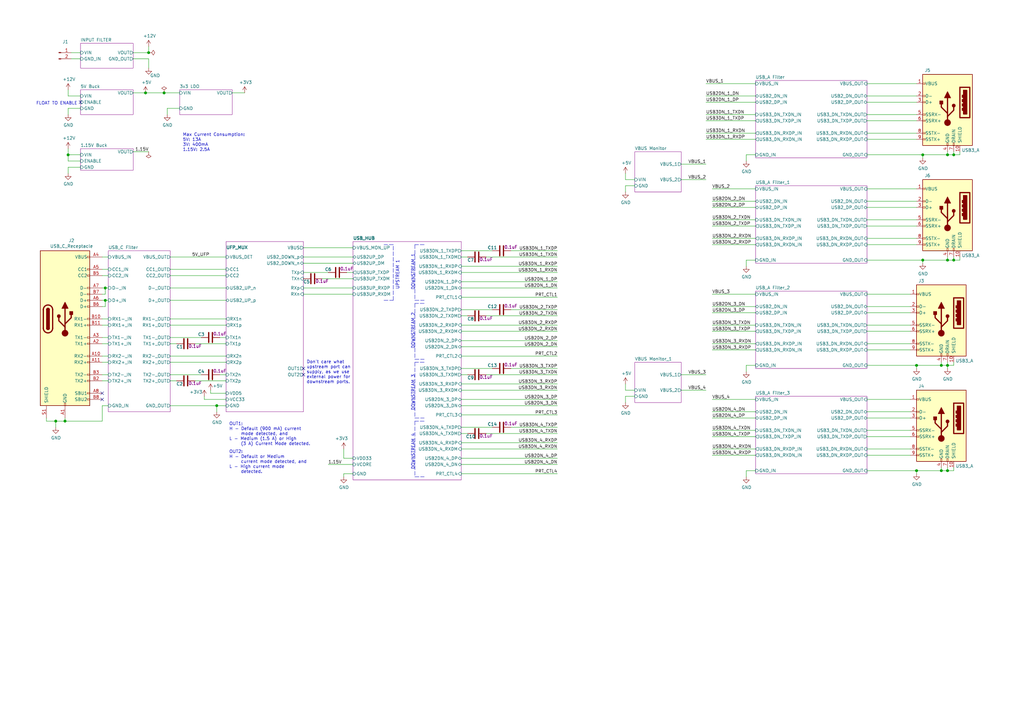
<source format=kicad_sch>
(kicad_sch (version 20210406) (generator eeschema)
  (paper "A3")
  (lib_symbols
    (symbol "Connector:Conn_01x02_Male" (pin_names (offset 1.016) hide)
      (property "Reference" "J" (at 0 2.54 0))
      (property "Value" "Conn_01x02_Male" (at 0 -5.08 0))
      (symbol "Conn_01x02_Male_1_1"
        (pin passive line (at 5.08 0 180) (length 3.81) (name "Pin_1") (number "1"))
        (pin passive line (at 5.08 -2.54 180) (length 3.81) (name "Pin_2") (number "2"))
      )
    )
    (symbol "Connector:USB3_A" (pin_names (offset 1.016))
      (property "Reference" "J" (at -10.16 15.24 0))
      (property "Value" "USB3_A" (at 10.16 15.24 0))
      (symbol "USB3_A_1_1"
        (pin power_in line (at 12.7 10.16 180) (length 2.54) (name "VBUS") (number "1"))
        (pin passive line (at -5.08 -17.78 90) (length 2.54) (name "SHIELD") (number "10"))
        (pin bidirectional line (at 12.7 5.08 180) (length 2.54) (name "D-") (number "2"))
        (pin bidirectional line (at 12.7 2.54 180) (length 2.54) (name "D+") (number "3"))
        (pin power_in line (at 0 -17.78 90) (length 2.54) (name "GND") (number "4"))
        (pin bidirectional line (at 12.7 -2.54 180) (length 2.54) (name "SSRX-") (number "5"))
        (pin bidirectional line (at 12.7 -5.08 180) (length 2.54) (name "SSRX+") (number "6"))
        (pin power_in line (at -2.54 -17.78 90) (length 2.54) (name "DRAIN") (number "7"))
        (pin bidirectional line (at 12.7 -10.16 180) (length 2.54) (name "SSTX-") (number "8"))
        (pin bidirectional line (at 12.7 -12.7 180) (length 2.54) (name "SSTX+") (number "9"))
      )
    )
    (symbol "Connector:USB_C_Receptacle" (pin_names (offset 1.016))
      (property "Reference" "J" (at -10.16 29.21 0))
      (property "Value" "USB_C_Receptacle" (at 10.16 29.21 0))
      (symbol "USB_C_Receptacle_1_1"
        (pin power_in line (at 0 -40.64 90) (length 5.08) (name "GND") (number "A1"))
        (pin bidirectional line (at 15.24 -15.24 180) (length 5.08) (name "RX2-") (number "A10"))
        (pin bidirectional line (at 15.24 -17.78 180) (length 5.08) (name "RX2+") (number "A11"))
        (pin passive line (at 0 -40.64 90) (length 5.08) hide (name "GND") (number "A12"))
        (pin bidirectional line (at 15.24 -10.16 180) (length 5.08) (name "TX1+") (number "A2"))
        (pin bidirectional line (at 15.24 -7.62 180) (length 5.08) (name "TX1-") (number "A3"))
        (pin power_in line (at 15.24 25.4 180) (length 5.08) (name "VBUS") (number "A4"))
        (pin bidirectional line (at 15.24 20.32 180) (length 5.08) (name "CC1") (number "A5"))
        (pin bidirectional line (at 15.24 7.62 180) (length 5.08) (name "D+") (number "A6"))
        (pin bidirectional line (at 15.24 12.7 180) (length 5.08) (name "D-") (number "A7"))
        (pin bidirectional line (at 15.24 -30.48 180) (length 5.08) (name "SBU1") (number "A8"))
        (pin passive line (at 15.24 25.4 180) (length 5.08) hide (name "VBUS") (number "A9"))
        (pin passive line (at 0 -40.64 90) (length 5.08) hide (name "GND") (number "B1"))
        (pin bidirectional line (at 15.24 0 180) (length 5.08) (name "RX1-") (number "B10"))
        (pin bidirectional line (at 15.24 -2.54 180) (length 5.08) (name "RX1+") (number "B11"))
        (pin passive line (at 0 -40.64 90) (length 5.08) hide (name "GND") (number "B12"))
        (pin bidirectional line (at 15.24 -25.4 180) (length 5.08) (name "TX2+") (number "B2"))
        (pin bidirectional line (at 15.24 -22.86 180) (length 5.08) (name "TX2-") (number "B3"))
        (pin passive line (at 15.24 25.4 180) (length 5.08) hide (name "VBUS") (number "B4"))
        (pin bidirectional line (at 15.24 17.78 180) (length 5.08) (name "CC2") (number "B5"))
        (pin bidirectional line (at 15.24 5.08 180) (length 5.08) (name "D+") (number "B6"))
        (pin bidirectional line (at 15.24 10.16 180) (length 5.08) (name "D-") (number "B7"))
        (pin bidirectional line (at 15.24 -33.02 180) (length 5.08) (name "SBU2") (number "B8"))
        (pin passive line (at 15.24 25.4 180) (length 5.08) hide (name "VBUS") (number "B9"))
        (pin passive line (at -7.62 -40.64 90) (length 5.08) (name "SHIELD") (number "S1"))
      )
    )
    (symbol "mte_usb_hub:CC0402KRX5R7BB104" (pin_numbers hide) (pin_names (offset 0.254))
      (property "Reference" "C" (at 0.635 2.54 0))
      (property "id" "0.1uF" (at -3.81 2.54 0))
      (symbol "CC0402KRX5R7BB104_1_1"
        (pin passive line (at 0 3.81 270) (length 2.794) (name "~") (number "1"))
        (pin passive line (at 0 -3.81 90) (length 2.794) (name "~") (number "2"))
      )
    )
    (symbol "power:+12V" (power) (pin_names (offset 0))
      (property "Value" "+12V" (at 0 3.556 0))
      (symbol "+12V_1_1"
        (pin power_in line (at 0 0 90) (length 0) hide (name "+12V") (number "1"))
      )
    )
    (symbol "power:+3V3" (power) (pin_names (offset 0))
      (property "Value" "+3V3" (at 0 3.556 0))
      (symbol "+3V3_1_1"
        (pin power_in line (at 0 0 90) (length 0) hide (name "+3V3") (number "1"))
      )
    )
    (symbol "power:+5V" (power) (pin_names (offset 0))
      (property "Value" "+5V" (at 0 3.556 0))
      (symbol "+5V_1_1"
        (pin power_in line (at 0 0 90) (length 0) hide (name "+5V") (number "1"))
      )
    )
    (symbol "power:GND" (power) (pin_names (offset 0))
      (property "Value" "GND" (at 0 -3.81 0))
      (symbol "GND_1_1"
        (pin power_in line (at 0 0 270) (length 0) hide (name "GND") (number "1"))
      )
    )
    (symbol "power:PWR_FLAG" (power) (pin_numbers hide) (pin_names (offset 0) hide)
      (property "Value" "PWR_FLAG" (at 0 3.81 0))
      (symbol "PWR_FLAG_0_0"
        (pin power_out line (at 0 0 90) (length 0) (name "pwr") (number "1"))
      )
    )
  )
  (junction (at 22.86 172.72) (diameter 1.016))
  (junction (at 26.67 172.72) (diameter 1.016))
  (junction (at 27.94 63.5) (diameter 1.016))
  (junction (at 43.18 118.11) (diameter 1.016))
  (junction (at 43.18 123.19) (diameter 1.016))
  (junction (at 59.69 38.1) (diameter 1.016))
  (junction (at 60.96 21.59) (diameter 1.016))
  (junction (at 67.31 38.1) (diameter 1.016))
  (junction (at 88.9 166.37) (diameter 1.016))
  (junction (at 375.92 149.86) (diameter 1.016))
  (junction (at 375.92 193.04) (diameter 1.016))
  (junction (at 378.46 63.5) (diameter 1.016))
  (junction (at 378.46 106.68) (diameter 1.016))
  (junction (at 386.08 149.86) (diameter 1.016))
  (junction (at 386.08 193.04) (diameter 1.016))
  (junction (at 388.62 63.5) (diameter 1.016))
  (junction (at 388.62 106.68) (diameter 1.016))
  (junction (at 388.62 149.86) (diameter 1.016))
  (junction (at 388.62 193.04) (diameter 1.016))
  (junction (at 391.16 63.5) (diameter 1.016))
  (junction (at 391.16 106.68) (diameter 1.016))
  (no_connect (at 33.02 41.91))
  (no_connect (at 41.91 161.29))
  (no_connect (at 41.91 163.83))
  (no_connect (at 124.46 151.13))
  (no_connect (at 124.46 153.67))
  (wire (pts (xy 19.05 172.72) (xy 19.05 171.45)))
  (wire (pts (xy 22.86 172.72) (xy 19.05 172.72)))
  (wire (pts (xy 22.86 175.26) (xy 22.86 172.72)))
  (wire (pts (xy 26.67 171.45) (xy 26.67 172.72)))
  (wire (pts (xy 26.67 172.72) (xy 22.86 172.72)))
  (wire (pts (xy 27.94 36.83) (xy 27.94 39.37)))
  (wire (pts (xy 27.94 44.45) (xy 27.94 46.99)))
  (wire (pts (xy 27.94 60.96) (xy 27.94 63.5)))
  (wire (pts (xy 27.94 66.04) (xy 27.94 63.5)))
  (wire (pts (xy 27.94 68.58) (xy 27.94 71.12)))
  (wire (pts (xy 29.21 21.59) (xy 33.02 21.59)))
  (wire (pts (xy 29.21 24.13) (xy 33.02 24.13)))
  (wire (pts (xy 33.02 39.37) (xy 27.94 39.37)))
  (wire (pts (xy 33.02 44.45) (xy 27.94 44.45)))
  (wire (pts (xy 33.02 63.5) (xy 27.94 63.5)))
  (wire (pts (xy 33.02 66.04) (xy 27.94 66.04)))
  (wire (pts (xy 33.02 68.58) (xy 27.94 68.58)))
  (wire (pts (xy 41.91 105.41) (xy 44.45 105.41)))
  (wire (pts (xy 41.91 110.49) (xy 44.45 110.49)))
  (wire (pts (xy 41.91 113.03) (xy 44.45 113.03)))
  (wire (pts (xy 41.91 118.11) (xy 43.18 118.11)))
  (wire (pts (xy 41.91 120.65) (xy 43.18 120.65)))
  (wire (pts (xy 41.91 123.19) (xy 43.18 123.19)))
  (wire (pts (xy 41.91 125.73) (xy 43.18 125.73)))
  (wire (pts (xy 41.91 130.81) (xy 44.45 130.81)))
  (wire (pts (xy 41.91 133.35) (xy 44.45 133.35)))
  (wire (pts (xy 41.91 138.43) (xy 44.45 138.43)))
  (wire (pts (xy 41.91 140.97) (xy 44.45 140.97)))
  (wire (pts (xy 41.91 146.05) (xy 44.45 146.05)))
  (wire (pts (xy 41.91 148.59) (xy 44.45 148.59)))
  (wire (pts (xy 41.91 153.67) (xy 44.45 153.67)))
  (wire (pts (xy 41.91 156.21) (xy 44.45 156.21)))
  (wire (pts (xy 41.91 166.37) (xy 41.91 172.72)))
  (wire (pts (xy 41.91 172.72) (xy 26.67 172.72)))
  (wire (pts (xy 43.18 118.11) (xy 43.18 120.65)))
  (wire (pts (xy 43.18 118.11) (xy 44.45 118.11)))
  (wire (pts (xy 43.18 123.19) (xy 43.18 125.73)))
  (wire (pts (xy 43.18 123.19) (xy 44.45 123.19)))
  (wire (pts (xy 44.45 166.37) (xy 41.91 166.37)))
  (wire (pts (xy 54.61 21.59) (xy 60.96 21.59)))
  (wire (pts (xy 54.61 38.1) (xy 59.69 38.1)))
  (wire (pts (xy 54.61 62.23) (xy 60.96 62.23)))
  (wire (pts (xy 59.69 38.1) (xy 67.31 38.1)))
  (wire (pts (xy 60.96 21.59) (xy 60.96 19.05)))
  (wire (pts (xy 60.96 24.13) (xy 54.61 24.13)))
  (wire (pts (xy 60.96 27.94) (xy 60.96 24.13)))
  (wire (pts (xy 67.31 38.1) (xy 73.66 38.1)))
  (wire (pts (xy 68.58 44.45) (xy 68.58 46.99)))
  (wire (pts (xy 69.85 105.41) (xy 92.71 105.41)))
  (wire (pts (xy 69.85 110.49) (xy 92.71 110.49)))
  (wire (pts (xy 69.85 113.03) (xy 92.71 113.03)))
  (wire (pts (xy 69.85 118.11) (xy 92.71 118.11)))
  (wire (pts (xy 69.85 123.19) (xy 92.71 123.19)))
  (wire (pts (xy 69.85 130.81) (xy 92.71 130.81)))
  (wire (pts (xy 69.85 133.35) (xy 92.71 133.35)))
  (wire (pts (xy 69.85 138.43) (xy 82.55 138.43)))
  (wire (pts (xy 69.85 140.97) (xy 72.39 140.97)))
  (wire (pts (xy 69.85 146.05) (xy 92.71 146.05)))
  (wire (pts (xy 69.85 148.59) (xy 92.71 148.59)))
  (wire (pts (xy 69.85 153.67) (xy 82.55 153.67)))
  (wire (pts (xy 69.85 156.21) (xy 72.39 156.21)))
  (wire (pts (xy 69.85 166.37) (xy 88.9 166.37)))
  (wire (pts (xy 73.66 44.45) (xy 68.58 44.45)))
  (wire (pts (xy 80.01 140.97) (xy 92.71 140.97)))
  (wire (pts (xy 80.01 156.21) (xy 92.71 156.21)))
  (wire (pts (xy 83.82 162.56) (xy 83.82 163.83)))
  (wire (pts (xy 83.82 163.83) (xy 92.71 163.83)))
  (wire (pts (xy 86.36 160.02) (xy 86.36 161.29)))
  (wire (pts (xy 86.36 161.29) (xy 92.71 161.29)))
  (wire (pts (xy 88.9 166.37) (xy 92.71 166.37)))
  (wire (pts (xy 88.9 168.91) (xy 88.9 166.37)))
  (wire (pts (xy 90.17 138.43) (xy 92.71 138.43)))
  (wire (pts (xy 90.17 153.67) (xy 92.71 153.67)))
  (wire (pts (xy 95.25 38.1) (xy 100.33 38.1)))
  (wire (pts (xy 124.46 101.6) (xy 144.78 101.6)))
  (wire (pts (xy 124.46 105.41) (xy 144.78 105.41)))
  (wire (pts (xy 124.46 107.95) (xy 144.78 107.95)))
  (wire (pts (xy 124.46 111.76) (xy 134.62 111.76)))
  (wire (pts (xy 124.46 118.11) (xy 144.78 118.11)))
  (wire (pts (xy 124.46 120.65) (xy 144.78 120.65)))
  (wire (pts (xy 132.08 114.3) (xy 144.78 114.3)))
  (wire (pts (xy 134.62 190.5) (xy 144.78 190.5)))
  (wire (pts (xy 140.97 187.96) (xy 140.97 184.15)))
  (wire (pts (xy 140.97 194.31) (xy 144.78 194.31)))
  (wire (pts (xy 140.97 195.58) (xy 140.97 194.31)))
  (wire (pts (xy 142.24 111.76) (xy 144.78 111.76)))
  (wire (pts (xy 144.78 187.96) (xy 140.97 187.96)))
  (wire (pts (xy 189.23 102.87) (xy 201.93 102.87)))
  (wire (pts (xy 189.23 105.41) (xy 191.77 105.41)))
  (wire (pts (xy 189.23 109.22) (xy 228.6 109.22)))
  (wire (pts (xy 189.23 111.76) (xy 228.6 111.76)))
  (wire (pts (xy 189.23 115.57) (xy 228.6 115.57)))
  (wire (pts (xy 189.23 118.11) (xy 228.6 118.11)))
  (wire (pts (xy 189.23 121.92) (xy 228.6 121.92)))
  (wire (pts (xy 189.23 127) (xy 201.93 127)))
  (wire (pts (xy 189.23 129.54) (xy 191.77 129.54)))
  (wire (pts (xy 189.23 133.35) (xy 228.6 133.35)))
  (wire (pts (xy 189.23 135.89) (xy 228.6 135.89)))
  (wire (pts (xy 189.23 139.7) (xy 228.6 139.7)))
  (wire (pts (xy 189.23 142.24) (xy 228.6 142.24)))
  (wire (pts (xy 189.23 146.05) (xy 228.6 146.05)))
  (wire (pts (xy 189.23 151.13) (xy 201.93 151.13)))
  (wire (pts (xy 189.23 153.67) (xy 191.77 153.67)))
  (wire (pts (xy 189.23 157.48) (xy 228.6 157.48)))
  (wire (pts (xy 189.23 160.02) (xy 228.6 160.02)))
  (wire (pts (xy 189.23 163.83) (xy 228.6 163.83)))
  (wire (pts (xy 189.23 166.37) (xy 228.6 166.37)))
  (wire (pts (xy 189.23 170.18) (xy 228.6 170.18)))
  (wire (pts (xy 189.23 175.26) (xy 201.93 175.26)))
  (wire (pts (xy 189.23 177.8) (xy 191.77 177.8)))
  (wire (pts (xy 189.23 181.61) (xy 228.6 181.61)))
  (wire (pts (xy 189.23 184.15) (xy 228.6 184.15)))
  (wire (pts (xy 189.23 187.96) (xy 228.6 187.96)))
  (wire (pts (xy 189.23 190.5) (xy 228.6 190.5)))
  (wire (pts (xy 189.23 194.31) (xy 228.6 194.31)))
  (wire (pts (xy 199.39 105.41) (xy 228.6 105.41)))
  (wire (pts (xy 199.39 129.54) (xy 228.6 129.54)))
  (wire (pts (xy 199.39 153.67) (xy 228.6 153.67)))
  (wire (pts (xy 199.39 177.8) (xy 228.6 177.8)))
  (wire (pts (xy 209.55 102.87) (xy 228.6 102.87)))
  (wire (pts (xy 209.55 127) (xy 228.6 127)))
  (wire (pts (xy 209.55 151.13) (xy 228.6 151.13)))
  (wire (pts (xy 209.55 175.26) (xy 228.6 175.26)))
  (wire (pts (xy 256.54 71.12) (xy 256.54 73.66)))
  (wire (pts (xy 256.54 76.2) (xy 256.54 78.74)))
  (wire (pts (xy 256.54 76.2) (xy 260.35 76.2)))
  (wire (pts (xy 256.54 157.48) (xy 256.54 160.02)))
  (wire (pts (xy 256.54 162.56) (xy 256.54 165.1)))
  (wire (pts (xy 256.54 162.56) (xy 260.35 162.56)))
  (wire (pts (xy 260.35 73.66) (xy 256.54 73.66)))
  (wire (pts (xy 260.35 160.02) (xy 256.54 160.02)))
  (wire (pts (xy 279.4 67.31) (xy 289.56 67.31)))
  (wire (pts (xy 279.4 73.66) (xy 289.56 73.66)))
  (wire (pts (xy 279.4 153.67) (xy 289.56 153.67)))
  (wire (pts (xy 279.4 160.02) (xy 289.56 160.02)))
  (wire (pts (xy 289.56 34.29) (xy 309.88 34.29)))
  (wire (pts (xy 289.56 39.37) (xy 309.88 39.37)))
  (wire (pts (xy 289.56 41.91) (xy 309.88 41.91)))
  (wire (pts (xy 289.56 46.99) (xy 309.88 46.99)))
  (wire (pts (xy 289.56 49.53) (xy 309.88 49.53)))
  (wire (pts (xy 289.56 54.61) (xy 309.88 54.61)))
  (wire (pts (xy 289.56 57.15) (xy 309.88 57.15)))
  (wire (pts (xy 292.1 77.47) (xy 309.88 77.47)))
  (wire (pts (xy 292.1 82.55) (xy 309.88 82.55)))
  (wire (pts (xy 292.1 85.09) (xy 309.88 85.09)))
  (wire (pts (xy 292.1 90.17) (xy 309.88 90.17)))
  (wire (pts (xy 292.1 92.71) (xy 309.88 92.71)))
  (wire (pts (xy 292.1 97.79) (xy 309.88 97.79)))
  (wire (pts (xy 292.1 100.33) (xy 309.88 100.33)))
  (wire (pts (xy 292.1 120.65) (xy 309.88 120.65)))
  (wire (pts (xy 292.1 125.73) (xy 309.88 125.73)))
  (wire (pts (xy 292.1 128.27) (xy 309.88 128.27)))
  (wire (pts (xy 292.1 133.35) (xy 309.88 133.35)))
  (wire (pts (xy 292.1 135.89) (xy 309.88 135.89)))
  (wire (pts (xy 292.1 140.97) (xy 309.88 140.97)))
  (wire (pts (xy 292.1 143.51) (xy 309.88 143.51)))
  (wire (pts (xy 292.1 163.83) (xy 309.88 163.83)))
  (wire (pts (xy 292.1 168.91) (xy 309.88 168.91)))
  (wire (pts (xy 292.1 171.45) (xy 309.88 171.45)))
  (wire (pts (xy 292.1 176.53) (xy 309.88 176.53)))
  (wire (pts (xy 292.1 179.07) (xy 309.88 179.07)))
  (wire (pts (xy 292.1 184.15) (xy 309.88 184.15)))
  (wire (pts (xy 292.1 186.69) (xy 309.88 186.69)))
  (wire (pts (xy 306.07 63.5) (xy 306.07 66.04)))
  (wire (pts (xy 306.07 63.5) (xy 309.88 63.5)))
  (wire (pts (xy 306.07 106.68) (xy 306.07 109.22)))
  (wire (pts (xy 306.07 106.68) (xy 309.88 106.68)))
  (wire (pts (xy 306.07 149.86) (xy 306.07 152.4)))
  (wire (pts (xy 306.07 149.86) (xy 309.88 149.86)))
  (wire (pts (xy 306.07 193.04) (xy 306.07 195.58)))
  (wire (pts (xy 306.07 193.04) (xy 309.88 193.04)))
  (wire (pts (xy 355.6 34.29) (xy 375.92 34.29)))
  (wire (pts (xy 355.6 39.37) (xy 375.92 39.37)))
  (wire (pts (xy 355.6 41.91) (xy 375.92 41.91)))
  (wire (pts (xy 355.6 46.99) (xy 375.92 46.99)))
  (wire (pts (xy 355.6 49.53) (xy 375.92 49.53)))
  (wire (pts (xy 355.6 54.61) (xy 375.92 54.61)))
  (wire (pts (xy 355.6 57.15) (xy 375.92 57.15)))
  (wire (pts (xy 355.6 63.5) (xy 378.46 63.5)))
  (wire (pts (xy 355.6 77.47) (xy 375.92 77.47)))
  (wire (pts (xy 355.6 82.55) (xy 375.92 82.55)))
  (wire (pts (xy 355.6 85.09) (xy 375.92 85.09)))
  (wire (pts (xy 355.6 90.17) (xy 375.92 90.17)))
  (wire (pts (xy 355.6 92.71) (xy 375.92 92.71)))
  (wire (pts (xy 355.6 97.79) (xy 375.92 97.79)))
  (wire (pts (xy 355.6 100.33) (xy 375.92 100.33)))
  (wire (pts (xy 355.6 106.68) (xy 378.46 106.68)))
  (wire (pts (xy 355.6 120.65) (xy 373.38 120.65)))
  (wire (pts (xy 355.6 125.73) (xy 373.38 125.73)))
  (wire (pts (xy 355.6 128.27) (xy 373.38 128.27)))
  (wire (pts (xy 355.6 133.35) (xy 373.38 133.35)))
  (wire (pts (xy 355.6 135.89) (xy 373.38 135.89)))
  (wire (pts (xy 355.6 140.97) (xy 373.38 140.97)))
  (wire (pts (xy 355.6 143.51) (xy 373.38 143.51)))
  (wire (pts (xy 355.6 149.86) (xy 375.92 149.86)))
  (wire (pts (xy 355.6 163.83) (xy 373.38 163.83)))
  (wire (pts (xy 355.6 168.91) (xy 373.38 168.91)))
  (wire (pts (xy 355.6 171.45) (xy 373.38 171.45)))
  (wire (pts (xy 355.6 176.53) (xy 373.38 176.53)))
  (wire (pts (xy 355.6 179.07) (xy 373.38 179.07)))
  (wire (pts (xy 355.6 184.15) (xy 373.38 184.15)))
  (wire (pts (xy 355.6 186.69) (xy 373.38 186.69)))
  (wire (pts (xy 355.6 193.04) (xy 375.92 193.04)))
  (wire (pts (xy 375.92 149.86) (xy 386.08 149.86)))
  (wire (pts (xy 375.92 151.13) (xy 375.92 149.86)))
  (wire (pts (xy 375.92 193.04) (xy 386.08 193.04)))
  (wire (pts (xy 375.92 194.31) (xy 375.92 193.04)))
  (wire (pts (xy 378.46 63.5) (xy 388.62 63.5)))
  (wire (pts (xy 378.46 64.77) (xy 378.46 63.5)))
  (wire (pts (xy 378.46 106.68) (xy 388.62 106.68)))
  (wire (pts (xy 378.46 107.95) (xy 378.46 106.68)))
  (wire (pts (xy 386.08 149.86) (xy 386.08 148.59)))
  (wire (pts (xy 386.08 193.04) (xy 386.08 191.77)))
  (wire (pts (xy 388.62 63.5) (xy 388.62 62.23)))
  (wire (pts (xy 388.62 106.68) (xy 388.62 105.41)))
  (wire (pts (xy 388.62 148.59) (xy 388.62 149.86)))
  (wire (pts (xy 388.62 149.86) (xy 386.08 149.86)))
  (wire (pts (xy 388.62 149.86) (xy 391.16 149.86)))
  (wire (pts (xy 388.62 151.13) (xy 388.62 149.86)))
  (wire (pts (xy 388.62 191.77) (xy 388.62 193.04)))
  (wire (pts (xy 388.62 193.04) (xy 386.08 193.04)))
  (wire (pts (xy 388.62 193.04) (xy 391.16 193.04)))
  (wire (pts (xy 391.16 62.23) (xy 391.16 63.5)))
  (wire (pts (xy 391.16 63.5) (xy 388.62 63.5)))
  (wire (pts (xy 391.16 63.5) (xy 393.7 63.5)))
  (wire (pts (xy 391.16 105.41) (xy 391.16 106.68)))
  (wire (pts (xy 391.16 106.68) (xy 388.62 106.68)))
  (wire (pts (xy 391.16 106.68) (xy 393.7 106.68)))
  (wire (pts (xy 391.16 149.86) (xy 391.16 148.59)))
  (wire (pts (xy 391.16 193.04) (xy 391.16 191.77)))
  (wire (pts (xy 393.7 63.5) (xy 393.7 62.23)))
  (wire (pts (xy 393.7 106.68) (xy 393.7 105.41)))
  (polyline (pts (xy 157.48 123.19) (xy 161.29 123.19)) (stroke (width 0) (type dash)))
  (polyline (pts (xy 161.29 100.33) (xy 157.48 100.33)) (stroke (width 0) (type dash)))
  (polyline (pts (xy 161.29 123.19) (xy 161.29 100.33)) (stroke (width 0) (type dash)))
  (polyline (pts (xy 170.18 100.33) (xy 170.18 123.19)) (stroke (width 0) (type dash)))
  (polyline (pts (xy 170.18 123.19) (xy 173.99 123.19)) (stroke (width 0) (type dash)))
  (polyline (pts (xy 170.18 124.46) (xy 170.18 147.32)) (stroke (width 0) (type dash)))
  (polyline (pts (xy 170.18 147.32) (xy 173.99 147.32)) (stroke (width 0) (type dash)))
  (polyline (pts (xy 170.18 148.59) (xy 170.18 171.45)) (stroke (width 0) (type dash)))
  (polyline (pts (xy 170.18 171.45) (xy 173.99 171.45)) (stroke (width 0) (type dash)))
  (polyline (pts (xy 170.18 172.72) (xy 170.18 195.58)) (stroke (width 0) (type dash)))
  (polyline (pts (xy 170.18 195.58) (xy 173.99 195.58)) (stroke (width 0) (type dash)))
  (polyline (pts (xy 173.99 100.33) (xy 170.18 100.33)) (stroke (width 0) (type dash)))
  (polyline (pts (xy 173.99 124.46) (xy 170.18 124.46)) (stroke (width 0) (type dash)))
  (polyline (pts (xy 173.99 148.59) (xy 170.18 148.59)) (stroke (width 0) (type dash)))
  (polyline (pts (xy 173.99 172.72) (xy 170.18 172.72)) (stroke (width 0) (type dash)))
  (text "FLOAT TO ENABLE" (at 31.75 43.18 180) (effects (font (size 1.27 1.27)) (justify right bottom)))
  (text "Max Current Consumption:\n5V: 13A\n3V: 400mA\n1.15V: 2.5A" (at 74.93 62.23 0) (effects (font (size 1.27 1.27)) (justify left bottom)))
  (text "OUT1:\nH - Default (900 mA) current \n	mode detected, and\nL - Medium (1.5 A) or High \n	(3 A) Current Mode detected." (at 93.98 182.88 0) (effects (font (size 1.27 1.27)) (justify left bottom)))
  (text "OUT2:\nH - Default or Medium \n	current mode detected, and\nL - High current mode \n	detected." (at 93.98 194.31 0) (effects (font (size 1.27 1.27)) (justify left bottom)))
  (text "Don't care what \nupstream port can \nsupply, as we use \nexternal power for \ndownstream ports." (at 125.73 157.48 0) (effects (font (size 1.27 1.27)) (justify left bottom)))
  (text "UPSTREAM 1" (at 163.83 106.68 270) (effects (font (size 1.27 1.27)) (justify right bottom)))
  (text "DOWNSTREAM 1" (at 170.18 104.14 270) (effects (font (size 1.27 1.27)) (justify right bottom)))
  (text "DOWNSTREAM 2" (at 170.18 128.27 270) (effects (font (size 1.27 1.27)) (justify right bottom)))
  (text "DOWNSTREAM 3" (at 170.18 153.67 270) (effects (font (size 1.27 1.27)) (justify right bottom)))
  (text "DOWNSTREAM 4" (at 170.18 177.8 270) (effects (font (size 1.27 1.27)) (justify right bottom)))
  (label "1.15V" (at 60.96 62.23 180))
  (label "5V_UFP" (at 78.74 105.41 0))
  (label "1.15V" (at 134.62 190.5 0))
  (label "USB3DN_1_TXDP" (at 228.6 102.87 180))
  (label "USB3DN_1_TXDN" (at 228.6 105.41 180))
  (label "USB3DN_1_RXDP" (at 228.6 109.22 180))
  (label "USB3DN_1_RXDN" (at 228.6 111.76 180))
  (label "USB2DN_1_DP" (at 228.6 115.57 180))
  (label "USB2DN_1_DN" (at 228.6 118.11 180))
  (label "PRT_CTL1" (at 228.6 121.92 180))
  (label "USB3DN_2_TXDP" (at 228.6 127 180))
  (label "USB3DN_2_TXDN" (at 228.6 129.54 180))
  (label "USB3DN_2_RXDP" (at 228.6 133.35 180))
  (label "USB3DN_2_RXDN" (at 228.6 135.89 180))
  (label "USB2DN_2_DP" (at 228.6 139.7 180))
  (label "USB2DN_2_DN" (at 228.6 142.24 180))
  (label "PRT_CTL2" (at 228.6 146.05 180))
  (label "USB3DN_3_TXDP" (at 228.6 151.13 180))
  (label "USB3DN_3_TXDN" (at 228.6 153.67 180))
  (label "USB3DN_3_RXDP" (at 228.6 157.48 180))
  (label "USB3DN_3_RXDN" (at 228.6 160.02 180))
  (label "USB2DN_3_DP" (at 228.6 163.83 180))
  (label "USB2DN_3_DN" (at 228.6 166.37 180))
  (label "PRT_CTL3" (at 228.6 170.18 180))
  (label "USB3DN_4_TXDP" (at 228.6 175.26 180))
  (label "USB3DN_4_TXDN" (at 228.6 177.8 180))
  (label "USB3DN_4_RXDP" (at 228.6 181.61 180))
  (label "USB3DN_4_RXDN" (at 228.6 184.15 180))
  (label "USB2DN_4_DP" (at 228.6 187.96 180))
  (label "USB2DN_4_DN" (at 228.6 190.5 180))
  (label "PRT_CTL4" (at 228.6 194.31 180))
  (label "VBUS_1" (at 289.56 34.29 0))
  (label "USB2DN_1_DN" (at 289.56 39.37 0))
  (label "USB2DN_1_DP" (at 289.56 41.91 0))
  (label "USB3DN_1_TXDN" (at 289.56 46.99 0))
  (label "USB3DN_1_TXDP" (at 289.56 49.53 0))
  (label "USB3DN_1_RXDN" (at 289.56 54.61 0))
  (label "USB3DN_1_RXDP" (at 289.56 57.15 0))
  (label "VBUS_1" (at 289.56 67.31 180))
  (label "VBUS_2" (at 289.56 73.66 180))
  (label "VBUS_3" (at 289.56 153.67 180))
  (label "VBUS_4" (at 289.56 160.02 180))
  (label "VBUS_2" (at 292.1 77.47 0))
  (label "USB2DN_2_DN" (at 292.1 82.55 0))
  (label "USB2DN_2_DP" (at 292.1 85.09 0))
  (label "USB3DN_2_TXDN" (at 292.1 90.17 0))
  (label "USB3DN_2_TXDP" (at 292.1 92.71 0))
  (label "USB3DN_2_RXDN" (at 292.1 97.79 0))
  (label "USB3DN_2_RXDP" (at 292.1 100.33 0))
  (label "VBUS_3" (at 292.1 120.65 0))
  (label "USB2DN_3_DN" (at 292.1 125.73 0))
  (label "USB2DN_3_DP" (at 292.1 128.27 0))
  (label "USB3DN_3_TXDN" (at 292.1 133.35 0))
  (label "USB3DN_3_TXDP" (at 292.1 135.89 0))
  (label "USB3DN_3_RXDN" (at 292.1 140.97 0))
  (label "USB3DN_3_RXDP" (at 292.1 143.51 0))
  (label "VBUS_4" (at 292.1 163.83 0))
  (label "USB2DN_4_DN" (at 292.1 168.91 0))
  (label "USB2DN_4_DP" (at 292.1 171.45 0))
  (label "USB3DN_4_TXDN" (at 292.1 176.53 0))
  (label "USB3DN_4_TXDP" (at 292.1 179.07 0))
  (label "USB3DN_4_RXDN" (at 292.1 184.15 0))
  (label "USB3DN_4_RXDP" (at 292.1 186.69 0))
  (symbol (lib_id "power:+12V") (at 27.94 36.83 0) (unit 1)
    (property "Reference" "#PWR02" (effects hide))
    (property "Value" "+12V" (at 28.3083 32.5056 0))
  )
  (symbol (lib_id "power:+12V") (at 27.94 60.96 0) (unit 1)
    (property "Reference" "#PWR04" (effects hide))
    (property "Value" "+12V" (at 28.3083 56.6356 0))
  )
  (symbol (lib_id "power:+5V") (at 59.69 38.1 0) (unit 1)
    (property "Reference" "#PWR06" (effects hide))
    (property "Value" "+5V" (at 60.0583 33.7756 0))
  )
  (symbol (lib_id "power:+12V") (at 60.96 19.05 0) (unit 1)
    (property "Reference" "#PWR07" (effects hide))
    (property "Value" "+12V" (at 61.3283 14.7256 0))
  )
  (symbol (lib_id "power:+3V3") (at 83.82 162.56 0) (unit 1)
    (property "Reference" "#PWR010" (effects hide))
    (property "Value" "+3V3" (at 80.3783 160.7756 0))
  )
  (symbol (lib_id "power:+5V") (at 86.36 160.02 0) (unit 1)
    (property "Reference" "#PWR011" (effects hide))
    (property "Value" "+5V" (at 89.2683 158.2356 0))
  )
  (symbol (lib_id "power:+3V3") (at 100.33 38.1 0) (unit 1)
    (property "Reference" "#PWR013" (effects hide))
    (property "Value" "+3V3" (at 100.6983 33.7756 0))
  )
  (symbol (lib_id "power:+3V3") (at 140.97 184.15 0) (unit 1)
    (property "Reference" "#PWR014" (effects hide))
    (property "Value" "+3V3" (at 140.0683 179.8256 0))
  )
  (symbol (lib_id "power:+5V") (at 256.54 71.12 0) (unit 1)
    (property "Reference" "#PWR016" (effects hide))
    (property "Value" "+5V" (at 256.9083 66.7956 0))
  )
  (symbol (lib_id "power:+5V") (at 256.54 157.48 0) (unit 1)
    (property "Reference" "#PWR018" (effects hide))
    (property "Value" "+5V" (at 256.9083 153.1556 0))
  )
  (symbol (lib_id "power:PWR_FLAG") (at 60.96 21.59 270) (unit 1)
    (property "Reference" "#FLG02" (effects hide))
    (property "Value" "PWR_FLAG" (effects hide))
  )
  (symbol (lib_id "power:PWR_FLAG") (at 60.96 62.23 180) (unit 1)
    (property "Reference" "#FLG04" (effects hide))
    (property "Value" "PWR_FLAG" (effects hide))
  )
  (symbol (lib_id "power:PWR_FLAG") (at 67.31 38.1 0) (unit 1)
    (property "Reference" "#FLG0101" (effects hide))
    (property "Value" "PWR_FLAG" (effects hide))
  )
  (symbol (lib_id "power:GND") (at 22.86 175.26 0) (unit 1)
    (property "Reference" "#PWR01" (effects hide))
    (property "Value" "GND" (at 22.9743 179.5844 0))
  )
  (symbol (lib_id "power:GND") (at 27.94 46.99 0) (unit 1)
    (property "Reference" "#PWR03" (effects hide))
    (property "Value" "GND" (at 28.0543 51.3144 0))
  )
  (symbol (lib_id "power:GND") (at 27.94 71.12 0) (unit 1)
    (property "Reference" "#PWR05" (effects hide))
    (property "Value" "GND" (at 28.0543 75.4444 0))
  )
  (symbol (lib_id "power:GND") (at 60.96 27.94 0) (unit 1)
    (property "Reference" "#PWR08" (effects hide))
    (property "Value" "GND" (at 63.6143 30.9944 0))
  )
  (symbol (lib_id "power:GND") (at 68.58 46.99 0) (unit 1)
    (property "Reference" "#PWR09" (effects hide))
    (property "Value" "GND" (at 68.6943 51.3144 0))
  )
  (symbol (lib_id "power:GND") (at 88.9 168.91 0) (unit 1)
    (property "Reference" "#PWR012" (effects hide))
    (property "Value" "GND" (at 89.0143 173.2344 0))
  )
  (symbol (lib_id "power:GND") (at 140.97 195.58 0) (unit 1)
    (property "Reference" "#PWR015" (effects hide))
    (property "Value" "GND" (at 141.0843 199.9044 0))
  )
  (symbol (lib_id "power:GND") (at 256.54 78.74 0) (unit 1)
    (property "Reference" "#PWR017" (effects hide))
    (property "Value" "GND" (at 256.6543 83.0644 0))
  )
  (symbol (lib_id "power:GND") (at 256.54 165.1 0) (unit 1)
    (property "Reference" "#PWR019" (effects hide))
    (property "Value" "GND" (at 256.6543 169.4244 0))
  )
  (symbol (lib_id "power:GND") (at 306.07 66.04 0) (unit 1)
    (property "Reference" "#PWR020" (effects hide))
    (property "Value" "GND" (at 306.1843 70.3644 0))
  )
  (symbol (lib_id "power:GND") (at 306.07 109.22 0) (unit 1)
    (property "Reference" "#PWR021" (effects hide))
    (property "Value" "GND" (at 306.1843 113.5444 0))
  )
  (symbol (lib_id "power:GND") (at 306.07 152.4 0) (unit 1)
    (property "Reference" "#PWR022" (effects hide))
    (property "Value" "GND" (at 306.1843 156.7244 0))
  )
  (symbol (lib_id "power:GND") (at 306.07 195.58 0) (unit 1)
    (property "Reference" "#PWR023" (effects hide))
    (property "Value" "GND" (at 306.1843 199.9044 0))
  )
  (symbol (lib_id "power:GND") (at 375.92 151.13 0) (unit 1)
    (property "Reference" "#PWR024" (effects hide))
    (property "Value" "GND" (at 376.0343 155.4544 0))
  )
  (symbol (lib_id "power:GND") (at 375.92 194.31 0) (unit 1)
    (property "Reference" "#PWR025" (effects hide))
    (property "Value" "GND" (at 376.0343 198.6344 0))
  )
  (symbol (lib_id "power:GND") (at 378.46 64.77 0) (unit 1)
    (property "Reference" "#PWR026" (effects hide))
    (property "Value" "GND" (at 378.5743 69.0944 0))
  )
  (symbol (lib_id "power:GND") (at 378.46 107.95 0) (unit 1)
    (property "Reference" "#PWR027" (effects hide))
    (property "Value" "GND" (at 378.5743 112.2744 0))
  )
  (symbol (lib_id "power:GND") (at 388.62 151.13 0) (unit 1)
    (property "Reference" "#PWR028" (effects hide))
    (property "Value" "GND" (at 388.7343 155.4544 0))
  )
  (symbol (lib_id "Connector:Conn_01x02_Male") (at 24.13 21.59 0) (unit 1)
    (property "Reference" "J1" (at 26.8224 17.1258 0))
    (property "Value" "Conn_01x02_Male" (effects hide))
  )
  (symbol (lib_id "mte_usb_hub:CC0402KRX5R7BB104") (at 76.2 140.97 90) (unit 1)
    (property "Reference" "C1" (at 73.66 142.2208 90))
    (property "Value" "CC0402KRX5R7BB104" (effects hide))
    (property "Footprint" "footprints:CAPACITOR_0402N" (effects hide))
    (property "Datasheet" "${MTE_LIB_DIR}/datasheets/UPY-GP_NP0_16V-to-50V_18.pdf" (effects hide))
    (property "id" "0.1uF" (at 80.01 141.9795 90))
  )
  (symbol (lib_id "mte_usb_hub:CC0402KRX5R7BB104") (at 76.2 156.21 90) (unit 1)
    (property "Reference" "C2" (at 73.66 157.4608 90))
    (property "Value" "CC0402KRX5R7BB104" (effects hide))
    (property "Footprint" "footprints:CAPACITOR_0402N" (effects hide))
    (property "Datasheet" "${MTE_LIB_DIR}/datasheets/UPY-GP_NP0_16V-to-50V_18.pdf" (effects hide))
    (property "id" "0.1uF" (at 80.01 157.2195 90))
  )
  (symbol (lib_id "mte_usb_hub:CC0402KRX5R7BB104") (at 86.36 138.43 90) (unit 1)
    (property "Reference" "C3" (at 82.55 137.1408 90))
    (property "Value" "CC0402KRX5R7BB104" (effects hide))
    (property "Footprint" "footprints:CAPACITOR_0402N" (effects hide))
    (property "Datasheet" "${MTE_LIB_DIR}/datasheets/UPY-GP_NP0_16V-to-50V_18.pdf" (effects hide))
    (property "id" "0.1uF" (at 90.17 136.8995 90))
  )
  (symbol (lib_id "mte_usb_hub:CC0402KRX5R7BB104") (at 86.36 153.67 90) (unit 1)
    (property "Reference" "C4" (at 82.55 152.3808 90))
    (property "Value" "CC0402KRX5R7BB104" (effects hide))
    (property "Footprint" "footprints:CAPACITOR_0402N" (effects hide))
    (property "Datasheet" "${MTE_LIB_DIR}/datasheets/UPY-GP_NP0_16V-to-50V_18.pdf" (effects hide))
    (property "id" "0.1uF" (at 90.17 152.1395 90))
  )
  (symbol (lib_id "mte_usb_hub:CC0402KRX5R7BB104") (at 128.27 114.3 90) (unit 1)
    (property "Reference" "C5" (at 125.73 115.5508 90))
    (property "Value" "CC0402KRX5R7BB104" (effects hide))
    (property "Footprint" "footprints:CAPACITOR_0402N" (effects hide))
    (property "Datasheet" "${MTE_LIB_DIR}/datasheets/UPY-GP_NP0_16V-to-50V_18.pdf" (effects hide))
    (property "id" "0.1uF" (at 132.08 115.3095 90))
  )
  (symbol (lib_id "mte_usb_hub:CC0402KRX5R7BB104") (at 138.43 111.76 90) (unit 1)
    (property "Reference" "C6" (at 134.62 110.4708 90))
    (property "Value" "CC0402KRX5R7BB104" (effects hide))
    (property "Footprint" "footprints:CAPACITOR_0402N" (effects hide))
    (property "Datasheet" "${MTE_LIB_DIR}/datasheets/UPY-GP_NP0_16V-to-50V_18.pdf" (effects hide))
    (property "id" "0.1uF" (at 142.24 110.2295 90))
  )
  (symbol (lib_id "mte_usb_hub:CC0402KRX5R7BB104") (at 195.58 105.41 90) (unit 1)
    (property "Reference" "C7" (at 193.04 106.6608 90))
    (property "Value" "CC0402KRX5R7BB104" (effects hide))
    (property "Footprint" "footprints:CAPACITOR_0402N" (effects hide))
    (property "Datasheet" "${MTE_LIB_DIR}/datasheets/UPY-GP_NP0_16V-to-50V_18.pdf" (effects hide))
    (property "id" "0.1uF" (at 199.39 106.4195 90))
  )
  (symbol (lib_id "mte_usb_hub:CC0402KRX5R7BB104") (at 195.58 129.54 90) (unit 1)
    (property "Reference" "C8" (at 193.04 130.7908 90))
    (property "Value" "CC0402KRX5R7BB104" (effects hide))
    (property "Footprint" "footprints:CAPACITOR_0402N" (effects hide))
    (property "Datasheet" "${MTE_LIB_DIR}/datasheets/UPY-GP_NP0_16V-to-50V_18.pdf" (effects hide))
    (property "id" "0.1uF" (at 199.39 130.5495 90))
  )
  (symbol (lib_id "mte_usb_hub:CC0402KRX5R7BB104") (at 195.58 153.67 90) (unit 1)
    (property "Reference" "C9" (at 193.04 154.9208 90))
    (property "Value" "CC0402KRX5R7BB104" (effects hide))
    (property "Footprint" "footprints:CAPACITOR_0402N" (effects hide))
    (property "Datasheet" "${MTE_LIB_DIR}/datasheets/UPY-GP_NP0_16V-to-50V_18.pdf" (effects hide))
    (property "id" "0.1uF" (at 199.39 154.6795 90))
  )
  (symbol (lib_id "mte_usb_hub:CC0402KRX5R7BB104") (at 195.58 177.8 90) (unit 1)
    (property "Reference" "C10" (at 193.04 179.0508 90))
    (property "Value" "CC0402KRX5R7BB104" (effects hide))
    (property "Footprint" "footprints:CAPACITOR_0402N" (effects hide))
    (property "Datasheet" "${MTE_LIB_DIR}/datasheets/UPY-GP_NP0_16V-to-50V_18.pdf" (effects hide))
    (property "id" "0.1uF" (at 199.39 178.8095 90))
  )
  (symbol (lib_id "mte_usb_hub:CC0402KRX5R7BB104") (at 205.74 102.87 90) (unit 1)
    (property "Reference" "C11" (at 201.93 101.5808 90))
    (property "Value" "CC0402KRX5R7BB104" (effects hide))
    (property "Footprint" "footprints:CAPACITOR_0402N" (effects hide))
    (property "Datasheet" "${MTE_LIB_DIR}/datasheets/UPY-GP_NP0_16V-to-50V_18.pdf" (effects hide))
    (property "id" "0.1uF" (at 209.55 101.3395 90))
  )
  (symbol (lib_id "mte_usb_hub:CC0402KRX5R7BB104") (at 205.74 127 90) (unit 1)
    (property "Reference" "C12" (at 201.93 125.7108 90))
    (property "Value" "CC0402KRX5R7BB104" (effects hide))
    (property "Footprint" "footprints:CAPACITOR_0402N" (effects hide))
    (property "Datasheet" "${MTE_LIB_DIR}/datasheets/UPY-GP_NP0_16V-to-50V_18.pdf" (effects hide))
    (property "id" "0.1uF" (at 209.55 125.4695 90))
  )
  (symbol (lib_id "mte_usb_hub:CC0402KRX5R7BB104") (at 205.74 151.13 90) (unit 1)
    (property "Reference" "C13" (at 201.93 149.8408 90))
    (property "Value" "CC0402KRX5R7BB104" (effects hide))
    (property "Footprint" "footprints:CAPACITOR_0402N" (effects hide))
    (property "Datasheet" "${MTE_LIB_DIR}/datasheets/UPY-GP_NP0_16V-to-50V_18.pdf" (effects hide))
    (property "id" "0.1uF" (at 209.55 149.5995 90))
  )
  (symbol (lib_id "mte_usb_hub:CC0402KRX5R7BB104") (at 205.74 175.26 90) (unit 1)
    (property "Reference" "C14" (at 201.93 173.9708 90))
    (property "Value" "CC0402KRX5R7BB104" (effects hide))
    (property "Footprint" "footprints:CAPACITOR_0402N" (effects hide))
    (property "Datasheet" "${MTE_LIB_DIR}/datasheets/UPY-GP_NP0_16V-to-50V_18.pdf" (effects hide))
    (property "id" "0.1uF" (at 209.55 173.7295 90))
  )
  (symbol (lib_id "Connector:USB3_A") (at 386.08 130.81 0) (mirror y) (unit 1)
    (property "Reference" "J3" (at 376.6821 115.1826 0) (effects (justify right)))
    (property "Value" "USB3_A" (at 391.9221 147.9613 0) (effects (justify right)))
  )
  (symbol (lib_id "Connector:USB3_A") (at 386.08 173.99 0) (mirror y) (unit 1)
    (property "Reference" "J4" (at 376.6821 158.3626 0) (effects (justify right)))
    (property "Value" "USB3_A" (at 391.9221 191.1413 0) (effects (justify right)))
  )
  (symbol (lib_id "Connector:USB3_A") (at 388.62 44.45 0) (mirror y) (unit 1)
    (property "Reference" "J5" (at 379.2221 28.8226 0) (effects (justify right)))
    (property "Value" "USB3_A" (at 394.4621 61.6013 0) (effects (justify right)))
  )
  (symbol (lib_id "Connector:USB3_A") (at 388.62 87.63 0) (mirror y) (unit 1)
    (property "Reference" "J6" (at 379.2221 72.0026 0) (effects (justify right)))
    (property "Value" "USB3_A" (at 394.4621 104.7813 0) (effects (justify right)))
  )
  (symbol (lib_id "Connector:USB_C_Receptacle") (at 26.67 130.81 0) (unit 1)
    (property "Reference" "J2" (at 29.337 98.6598 0))
    (property "Value" "USB_C_Receptacle" (at 29.337 100.9585 0))
    (property "Datasheet" "https://www.usb.org/sites/default/files/documents/usb_type-c.zip" (effects hide))
  )
  (sheet (at 33.02 60.96) (size 21.59 8.89) (stroke (width 0.001) (color 132 0 132 1)) (fill (color 255 255 255 0.0000))
    (property "Sheet name" "1.15V Buck" (at 33.02 60.3241 0) (effects (justify left bottom)))
    (property "Sheet file" "1.15v_buck.kicad_sch" (effects hide))
    (pin "ENABLE" input (at 33.02 66.04 180))
    (pin "VIN" input (at 33.02 63.5 180))
    (pin "GND" input (at 33.02 68.58 180))
    (pin "VOUT" output (at 54.61 62.23 0))
  )
  (sheet (at 73.66 36.83) (size 21.59 10.16) (stroke (width 0.001) (color 132 0 132 1)) (fill (color 255 255 255 0.0000))
    (property "Sheet name" "3v3 LDO" (at 73.66 36.1941 0) (effects (justify left bottom)))
    (property "Sheet file" "3v3_ldo.kicad_sch" (effects hide))
    (pin "VIN" input (at 73.66 38.1 180))
    (pin "VOUT" output (at 95.25 38.1 0))
    (pin "GND" input (at 73.66 44.45 180))
  )
  (sheet (at 33.02 36.83) (size 21.59 10.16) (stroke (width 0.001) (color 132 0 132 1)) (fill (color 255 255 255 0.0000))
    (property "Sheet name" "5V Buck" (at 33.02 36.1941 0) (effects (justify left bottom)))
    (property "Sheet file" "5v_buck.kicad_sch" (effects hide))
    (pin "VIN" input (at 33.02 39.37 180))
    (pin "GND" input (at 33.02 44.45 180))
    (pin "ENABLE" input (at 33.02 41.91 180))
    (pin "VOUT" output (at 54.61 38.1 0))
  )
  (sheet (at 33.02 17.78) (size 21.59 10.16) (stroke (width 0.001) (color 132 0 132 1)) (fill (color 255 255 255 0.0000))
    (property "Sheet name" "INPUT FILTER" (at 33.02 17.1441 0) (effects (justify left bottom)))
    (property "Sheet file" "input_filter.kicad_sch" (effects hide))
    (pin "VIN" input (at 33.02 21.59 180))
    (pin "VOUT" output (at 54.61 21.59 0))
    (pin "GND_IN" input (at 33.02 24.13 180))
    (pin "GND_OUT" output (at 54.61 24.13 0))
  )
  (sheet (at 92.71 99.06) (size 31.75 69.85) (stroke (width 0.001) (color 132 0 132 1)) (fill (color 255 255 255 0.0000))
    (property "Sheet name" "UFP_MUX" (at 92.71 102.2341 0) (effects (font bold) (justify left bottom)))
    (property "Sheet file" "UFP_MUX.kicad_sch" (effects hide))
    (pin "VCC33" input (at 92.71 163.83 180))
    (pin "OUT1" output (at 124.46 151.13 0))
    (pin "GND" input (at 92.71 166.37 180))
    (pin "TX1p" input (at 92.71 140.97 180))
    (pin "RX1n" output (at 92.71 130.81 180))
    (pin "TX1n" input (at 92.71 138.43 180))
    (pin "TX2p" input (at 92.71 156.21 180))
    (pin "RX1p" output (at 92.71 133.35 180))
    (pin "RX2p" output (at 92.71 148.59 180))
    (pin "TX2n" input (at 92.71 153.67 180))
    (pin "RX2n" output (at 92.71 146.05 180))
    (pin "VDD5" input (at 92.71 161.29 180))
    (pin "CC2" input (at 92.71 113.03 180))
    (pin "CC1" input (at 92.71 110.49 180))
    (pin "VBUS_DET" input (at 92.71 105.41 180))
    (pin "TXp" input (at 124.46 111.76 0))
    (pin "TXn" input (at 124.46 114.3 0))
    (pin "RXp" input (at 124.46 118.11 0))
    (pin "RXn" input (at 124.46 120.65 0))
    (pin "OUT2" output (at 124.46 153.67 0))
    (pin "USB2_DOWN_p" bidirectional (at 124.46 105.41 0))
    (pin "USB2_UP_p" bidirectional (at 92.71 123.19 180))
    (pin "USB2_UP_n" bidirectional (at 92.71 118.11 180))
    (pin "USB2_DOWN_n" bidirectional (at 124.46 107.95 0))
    (pin "VBUS" output (at 124.46 101.6 0))
  )
  (sheet (at 309.88 33.02) (size 45.72 31.75) (stroke (width 0.001) (color 132 0 132 1)) (fill (color 255 255 255 0.0000))
    (property "Sheet name" "USB_A Filter" (at 309.88 32.3841 0) (effects (justify left bottom)))
    (property "Sheet file" "usb_a_filter.kicad_sch" (effects hide))
    (pin "USB2_DP_IN" bidirectional (at 309.88 41.91 180))
    (pin "USB2_DN_IN" bidirectional (at 309.88 39.37 180))
    (pin "VBUS_IN" input (at 309.88 34.29 180))
    (pin "GND_IN" input (at 309.88 63.5 180))
    (pin "USB2_DN_OUT" bidirectional (at 355.6 39.37 0))
    (pin "GND_OUT" input (at 355.6 63.5 0))
    (pin "USB2_DP_OUT" bidirectional (at 355.6 41.91 0))
    (pin "VBUS_OUT" input (at 355.6 34.29 0))
    (pin "USB3_DN_TXDP_IN" output (at 309.88 49.53 180))
    (pin "USB3_DN_TXDN_IN" input (at 309.88 46.99 180))
    (pin "USB3_DN_RXDN_OUT" input (at 355.6 54.61 0))
    (pin "USB3_DN_RXDP_OUT" input (at 355.6 57.15 0))
    (pin "USB3_DN_TXDN_OUT" output (at 355.6 46.99 0))
    (pin "USB3_DN_TXDP_OUT" output (at 355.6 49.53 0))
    (pin "USB3_DN_RXDN_IN" output (at 309.88 57.15 180))
    (pin "USB3_DN_RXDP_IN" output (at 309.88 54.61 180))
  )
  (sheet (at 309.88 76.2) (size 45.72 31.75) (stroke (width 0.001) (color 132 0 132 1)) (fill (color 255 255 255 0.0000))
    (property "Sheet name" "USB_A Filter_1" (at 309.88 75.564 0) (effects (justify left bottom)))
    (property "Sheet file" "usb_a_filter.kicad_sch" (effects hide))
    (pin "USB2_DP_IN" bidirectional (at 309.88 85.09 180))
    (pin "USB2_DN_IN" bidirectional (at 309.88 82.55 180))
    (pin "VBUS_IN" input (at 309.88 77.47 180))
    (pin "GND_IN" input (at 309.88 106.68 180))
    (pin "USB2_DN_OUT" bidirectional (at 355.6 82.55 0))
    (pin "GND_OUT" input (at 355.6 106.68 0))
    (pin "USB2_DP_OUT" bidirectional (at 355.6 85.09 0))
    (pin "VBUS_OUT" input (at 355.6 77.47 0))
    (pin "USB3_DN_TXDP_IN" output (at 309.88 92.71 180))
    (pin "USB3_DN_TXDN_IN" input (at 309.88 90.17 180))
    (pin "USB3_DN_RXDN_OUT" input (at 355.6 97.79 0))
    (pin "USB3_DN_RXDP_OUT" input (at 355.6 100.33 0))
    (pin "USB3_DN_TXDN_OUT" output (at 355.6 90.17 0))
    (pin "USB3_DN_TXDP_OUT" output (at 355.6 92.71 0))
    (pin "USB3_DN_RXDN_IN" output (at 309.88 100.33 180))
    (pin "USB3_DN_RXDP_IN" output (at 309.88 97.79 180))
  )
  (sheet (at 309.88 119.38) (size 45.72 31.75) (stroke (width 0.001) (color 132 0 132 1)) (fill (color 255 255 255 0.0000))
    (property "Sheet name" "USB_A Filter_2" (at 309.88 118.744 0) (effects (justify left bottom)))
    (property "Sheet file" "usb_a_filter.kicad_sch" (effects hide))
    (pin "USB2_DP_IN" bidirectional (at 309.88 128.27 180))
    (pin "USB2_DN_IN" bidirectional (at 309.88 125.73 180))
    (pin "VBUS_IN" input (at 309.88 120.65 180))
    (pin "GND_IN" input (at 309.88 149.86 180))
    (pin "USB2_DN_OUT" bidirectional (at 355.6 125.73 0))
    (pin "GND_OUT" input (at 355.6 149.86 0))
    (pin "USB2_DP_OUT" bidirectional (at 355.6 128.27 0))
    (pin "VBUS_OUT" input (at 355.6 120.65 0))
    (pin "USB3_DN_TXDP_IN" output (at 309.88 135.89 180))
    (pin "USB3_DN_TXDN_IN" input (at 309.88 133.35 180))
    (pin "USB3_DN_RXDN_OUT" input (at 355.6 140.97 0))
    (pin "USB3_DN_RXDP_OUT" input (at 355.6 143.51 0))
    (pin "USB3_DN_TXDN_OUT" output (at 355.6 133.35 0))
    (pin "USB3_DN_TXDP_OUT" output (at 355.6 135.89 0))
    (pin "USB3_DN_RXDN_IN" output (at 309.88 143.51 180))
    (pin "USB3_DN_RXDP_IN" output (at 309.88 140.97 180))
  )
  (sheet (at 309.88 162.56) (size 45.72 31.75) (stroke (width 0.001) (color 132 0 132 1)) (fill (color 255 255 255 0.0000))
    (property "Sheet name" "USB_A Filter_3" (at 309.88 161.924 0) (effects (justify left bottom)))
    (property "Sheet file" "usb_a_filter.kicad_sch" (effects hide))
    (pin "USB2_DP_IN" bidirectional (at 309.88 171.45 180))
    (pin "USB2_DN_IN" bidirectional (at 309.88 168.91 180))
    (pin "VBUS_IN" input (at 309.88 163.83 180))
    (pin "GND_IN" input (at 309.88 193.04 180))
    (pin "USB2_DN_OUT" bidirectional (at 355.6 168.91 0))
    (pin "GND_OUT" input (at 355.6 193.04 0))
    (pin "USB2_DP_OUT" bidirectional (at 355.6 171.45 0))
    (pin "VBUS_OUT" input (at 355.6 163.83 0))
    (pin "USB3_DN_TXDP_IN" output (at 309.88 179.07 180))
    (pin "USB3_DN_TXDN_IN" input (at 309.88 176.53 180))
    (pin "USB3_DN_RXDN_OUT" input (at 355.6 184.15 0))
    (pin "USB3_DN_RXDP_OUT" input (at 355.6 186.69 0))
    (pin "USB3_DN_TXDN_OUT" output (at 355.6 176.53 0))
    (pin "USB3_DN_TXDP_OUT" output (at 355.6 179.07 0))
    (pin "USB3_DN_RXDN_IN" output (at 309.88 186.69 180))
    (pin "USB3_DN_RXDP_IN" output (at 309.88 184.15 180))
  )
  (sheet (at 44.45 102.87) (size 25.4 66.04) (stroke (width 0.0006) (color 132 0 132 1)) (fill (color 255 255 255 0.0000))
    (property "Sheet name" "USB_C Filter" (at 44.45 102.2343 0) (effects (justify left bottom)))
    (property "Sheet file" "usb_c_filter.kicad_sch" (effects hide))
    (pin "VBUS_OUT" output (at 69.85 105.41 0))
    (pin "TX1-_OUT" output (at 69.85 138.43 0))
    (pin "TX1+_OUT" output (at 69.85 140.97 0))
    (pin "GND_OUT" output (at 69.85 166.37 0))
    (pin "RX1+_OUT" output (at 69.85 133.35 0))
    (pin "RX1-_OUT" output (at 69.85 130.81 0))
    (pin "TX2+_OUT" output (at 69.85 156.21 0))
    (pin "TX2-_OUT" output (at 69.85 153.67 0))
    (pin "RX2+_OUT" output (at 69.85 148.59 0))
    (pin "RX2-_OUT" output (at 69.85 146.05 0))
    (pin "CC1_OUT" output (at 69.85 110.49 0))
    (pin "CC2_OUT" output (at 69.85 113.03 0))
    (pin "D+_OUT" output (at 69.85 123.19 0))
    (pin "D-_OUT" output (at 69.85 118.11 0))
    (pin "RX2-_IN" input (at 44.45 146.05 180))
    (pin "RX2+_IN" input (at 44.45 148.59 180))
    (pin "TX2-_IN" input (at 44.45 153.67 180))
    (pin "TX2+_IN" input (at 44.45 156.21 180))
    (pin "CC1_IN" input (at 44.45 110.49 180))
    (pin "CC2_IN" input (at 44.45 113.03 180))
    (pin "D+_IN" input (at 44.45 123.19 180))
    (pin "D-_IN" input (at 44.45 118.11 180))
    (pin "TX1+_IN" input (at 44.45 140.97 180))
    (pin "RX1+_IN" input (at 44.45 133.35 180))
    (pin "TX1-_IN" input (at 44.45 138.43 180))
    (pin "RX1-_IN" input (at 44.45 130.81 180))
    (pin "VBUS_IN" input (at 44.45 105.41 180))
    (pin "GND_IN" input (at 44.45 166.37 180))
  )
  (sheet (at 144.78 99.06) (size 44.45 97.79) (stroke (width 0.001) (color 132 0 132 1)) (fill (color 255 255 255 0.0000))
    (property "Sheet name" "USB_HUB" (at 144.78 98.4241 0) (effects (font bold) (justify left bottom)))
    (property "Sheet file" "USB_HUB.kicad_sch" (effects hide))
    (pin "GND" input (at 144.78 194.31 180))
    (pin "VCORE" input (at 144.78 190.5 180))
    (pin "VDD33" input (at 144.78 187.96 180))
    (pin "USB3DN_3_TXDP" output (at 189.23 151.13 0))
    (pin "USB3DN_3_TXDM" output (at 189.23 153.67 0))
    (pin "USB3DN_3_RXDP" input (at 189.23 157.48 0))
    (pin "USB2DN_3_DN" bidirectional (at 189.23 166.37 0))
    (pin "USB3DN_3_RXDM" input (at 189.23 160.02 0))
    (pin "PRT_CTL4" input (at 189.23 194.31 0))
    (pin "PRT_CTL2" input (at 189.23 146.05 0))
    (pin "PRT_CTL1" input (at 189.23 121.92 0))
    (pin "PRT_CTL3" input (at 189.23 170.18 0))
    (pin "USB3UP_TXDP" output (at 144.78 111.76 180))
    (pin "USB3UP_TXDM" output (at 144.78 114.3 180))
    (pin "USB2UP_DM" bidirectional (at 144.78 107.95 180))
    (pin "USB3UP_RXDP" input (at 144.78 118.11 180))
    (pin "USB2UP_DP" bidirectional (at 144.78 105.41 180))
    (pin "VBUS_MON_UP" input (at 144.78 101.6 180))
    (pin "USB2DN_4_DN" bidirectional (at 189.23 190.5 0))
    (pin "USB3DN_4_TXDM" output (at 189.23 177.8 0))
    (pin "USB3DN_4_RXDM" input (at 189.23 184.15 0))
    (pin "USB2DN_4_DP" bidirectional (at 189.23 187.96 0))
    (pin "USB3DN_4_TXDP" output (at 189.23 175.26 0))
    (pin "USB3DN_4_RXDP" input (at 189.23 181.61 0))
    (pin "USB2DN_1_DN" bidirectional (at 189.23 118.11 0))
    (pin "USB3DN_1_TXDP" output (at 189.23 102.87 0))
    (pin "USB3DN_1_TXDM" output (at 189.23 105.41 0))
    (pin "USB3DN_1_RXDP" input (at 189.23 109.22 0))
    (pin "USB3DN_1_RXDM" input (at 189.23 111.76 0))
    (pin "USB2DN_1_DP" bidirectional (at 189.23 115.57 0))
    (pin "USB2DN_2_DP" bidirectional (at 189.23 139.7 0))
    (pin "USB2DN_2_DN" bidirectional (at 189.23 142.24 0))
    (pin "USB3DN_2_TXDP" output (at 189.23 127 0))
    (pin "USB3DN_2_TXDM" output (at 189.23 129.54 0))
    (pin "USB3DN_2_RXDP" input (at 189.23 133.35 0))
    (pin "USB3DN_2_RXDM" input (at 189.23 135.89 0))
    (pin "USB2DN_3_DP" bidirectional (at 189.23 163.83 0))
    (pin "USB3UP_RXDM" input (at 144.78 120.65 180))
  )
  (sheet (at 260.35 62.23) (size 19.05 16.51) (stroke (width 0.001) (color 132 0 132 1)) (fill (color 255 255 255 0.0000))
    (property "Sheet name" "VBUS Monitor" (at 260.35 61.5941 0) (effects (justify left bottom)))
    (property "Sheet file" "vbus_monitor.kicad_sch" (effects hide))
    (pin "GND" input (at 260.35 76.2 180))
    (pin "VIN" input (at 260.35 73.66 180))
    (pin "VBUS_1" output (at 279.4 67.31 0))
    (pin "VBUS_2" output (at 279.4 73.66 0))
  )
  (sheet (at 260.35 148.59) (size 19.05 16.51) (stroke (width 0.001) (color 132 0 132 1)) (fill (color 255 255 255 0.0000))
    (property "Sheet name" "VBUS Monitor_1" (at 260.35 147.9541 0) (effects (justify left bottom)))
    (property "Sheet file" "vbus_monitor.kicad_sch" (effects hide))
    (pin "GND" input (at 260.35 162.56 180))
    (pin "VIN" input (at 260.35 160.02 180))
    (pin "VBUS_1" output (at 279.4 153.67 0))
    (pin "VBUS_2" output (at 279.4 160.02 0))
  )
)
</source>
